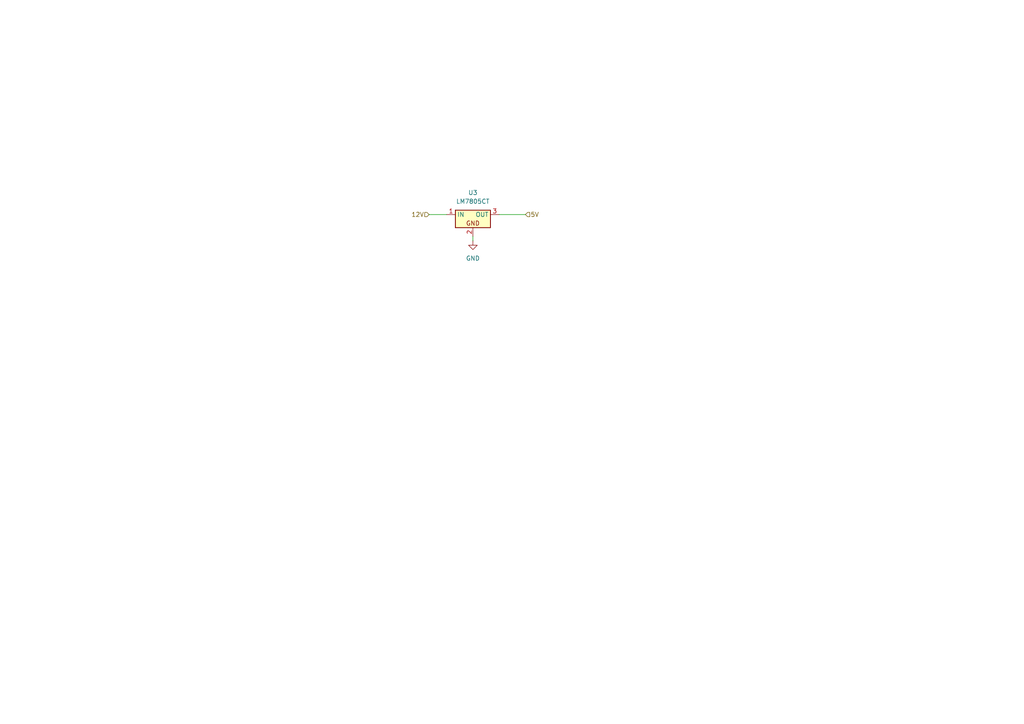
<source format=kicad_sch>
(kicad_sch
	(version 20250114)
	(generator "eeschema")
	(generator_version "9.0")
	(uuid "4600e931-051d-48c9-b0c9-2ccd74bbd7ad")
	(paper "A4")
	(lib_symbols
		(symbol "PCM_Voltage_Regulator_AKL:LM7805CT"
			(exclude_from_sim no)
			(in_bom yes)
			(on_board yes)
			(property "Reference" "U"
				(at 0 6.35 0)
				(effects
					(font
						(size 1.27 1.27)
					)
				)
			)
			(property "Value" "LM7805CT"
				(at 0 3.81 0)
				(effects
					(font
						(size 1.27 1.27)
					)
				)
			)
			(property "Footprint" "PCM_Package_TO_SOT_THT_AKL:TO-220-3_Vertical"
				(at 0 0 0)
				(effects
					(font
						(size 1.27 1.27)
					)
					(hide yes)
				)
			)
			(property "Datasheet" "https://datasheet.octopart.com/LM7805CT-Fairchild-datasheet-5337151.pdf"
				(at 0 0 0)
				(effects
					(font
						(size 1.27 1.27)
					)
					(hide yes)
				)
			)
			(property "Description" "TO-220 5V 1A 3-terminal voltage regulator, Alternate KiCad Library"
				(at 0 0 0)
				(effects
					(font
						(size 1.27 1.27)
					)
					(hide yes)
				)
			)
			(property "ki_keywords" "7805 5V 1A voltage regulator vreg pmic power supply 3-terminal"
				(at 0 0 0)
				(effects
					(font
						(size 1.27 1.27)
					)
					(hide yes)
				)
			)
			(symbol "LM7805CT_0_0"
				(rectangle
					(start -5.08 1.27)
					(end 5.08 -3.81)
					(stroke
						(width 0.254)
						(type default)
					)
					(fill
						(type background)
					)
				)
				(text "GND"
					(at 0 -2.54 0)
					(effects
						(font
							(size 1.27 1.27)
						)
					)
				)
			)
			(symbol "LM7805CT_1_1"
				(pin power_in line
					(at -7.62 0 0)
					(length 2.54)
					(name "IN"
						(effects
							(font
								(size 1.27 1.27)
							)
						)
					)
					(number "1"
						(effects
							(font
								(size 1.27 1.27)
							)
						)
					)
				)
				(pin power_in line
					(at 0 -6.35 90)
					(length 2.54)
					(name "~"
						(effects
							(font
								(size 1.27 1.27)
							)
						)
					)
					(number "2"
						(effects
							(font
								(size 1.27 1.27)
							)
						)
					)
				)
				(pin power_out line
					(at 7.62 0 180)
					(length 2.54)
					(name "OUT"
						(effects
							(font
								(size 1.27 1.27)
							)
						)
					)
					(number "3"
						(effects
							(font
								(size 1.27 1.27)
							)
						)
					)
				)
			)
			(embedded_fonts no)
		)
		(symbol "power:GND"
			(power)
			(pin_numbers
				(hide yes)
			)
			(pin_names
				(offset 0)
				(hide yes)
			)
			(exclude_from_sim no)
			(in_bom yes)
			(on_board yes)
			(property "Reference" "#PWR"
				(at 0 -6.35 0)
				(effects
					(font
						(size 1.27 1.27)
					)
					(hide yes)
				)
			)
			(property "Value" "GND"
				(at 0 -3.81 0)
				(effects
					(font
						(size 1.27 1.27)
					)
				)
			)
			(property "Footprint" ""
				(at 0 0 0)
				(effects
					(font
						(size 1.27 1.27)
					)
					(hide yes)
				)
			)
			(property "Datasheet" ""
				(at 0 0 0)
				(effects
					(font
						(size 1.27 1.27)
					)
					(hide yes)
				)
			)
			(property "Description" "Power symbol creates a global label with name \"GND\" , ground"
				(at 0 0 0)
				(effects
					(font
						(size 1.27 1.27)
					)
					(hide yes)
				)
			)
			(property "ki_keywords" "global power"
				(at 0 0 0)
				(effects
					(font
						(size 1.27 1.27)
					)
					(hide yes)
				)
			)
			(symbol "GND_0_1"
				(polyline
					(pts
						(xy 0 0) (xy 0 -1.27) (xy 1.27 -1.27) (xy 0 -2.54) (xy -1.27 -1.27) (xy 0 -1.27)
					)
					(stroke
						(width 0)
						(type default)
					)
					(fill
						(type none)
					)
				)
			)
			(symbol "GND_1_1"
				(pin power_in line
					(at 0 0 270)
					(length 0)
					(name "~"
						(effects
							(font
								(size 1.27 1.27)
							)
						)
					)
					(number "1"
						(effects
							(font
								(size 1.27 1.27)
							)
						)
					)
				)
			)
			(embedded_fonts no)
		)
	)
	(wire
		(pts
			(xy 144.78 62.23) (xy 152.4 62.23)
		)
		(stroke
			(width 0)
			(type default)
		)
		(uuid "2210d8f2-5590-4f97-ad23-c8a5d82504e9")
	)
	(wire
		(pts
			(xy 124.46 62.23) (xy 129.54 62.23)
		)
		(stroke
			(width 0)
			(type default)
		)
		(uuid "99b3b6d2-d7bc-419a-9438-504b40cffd09")
	)
	(wire
		(pts
			(xy 137.16 68.58) (xy 137.16 69.85)
		)
		(stroke
			(width 0)
			(type default)
		)
		(uuid "cd60d271-1ef6-4064-861a-7e2d451622e8")
	)
	(hierarchical_label "5V"
		(shape input)
		(at 152.4 62.23 0)
		(effects
			(font
				(size 1.27 1.27)
			)
			(justify left)
		)
		(uuid "3b16b63b-4028-4221-8b63-a962d94f0af0")
	)
	(hierarchical_label "12V"
		(shape input)
		(at 124.46 62.23 180)
		(effects
			(font
				(size 1.27 1.27)
			)
			(justify right)
		)
		(uuid "3e1d36b0-f7b0-4a27-9d4f-4b18d87e2c5b")
	)
	(symbol
		(lib_id "PCM_Voltage_Regulator_AKL:LM7805CT")
		(at 137.16 62.23 0)
		(unit 1)
		(exclude_from_sim no)
		(in_bom yes)
		(on_board yes)
		(dnp no)
		(fields_autoplaced yes)
		(uuid "80f71948-02c4-4a19-978f-8bddffe68ad1")
		(property "Reference" "U3"
			(at 137.16 55.88 0)
			(effects
				(font
					(size 1.27 1.27)
				)
			)
		)
		(property "Value" "LM7805CT"
			(at 137.16 58.42 0)
			(effects
				(font
					(size 1.27 1.27)
				)
			)
		)
		(property "Footprint" "PCM_Package_TO_SOT_THT_AKL:TO-220-3_Vertical"
			(at 137.16 62.23 0)
			(effects
				(font
					(size 1.27 1.27)
				)
				(hide yes)
			)
		)
		(property "Datasheet" "https://datasheet.octopart.com/LM7805CT-Fairchild-datasheet-5337151.pdf"
			(at 137.16 62.23 0)
			(effects
				(font
					(size 1.27 1.27)
				)
				(hide yes)
			)
		)
		(property "Description" "TO-220 5V 1A 3-terminal voltage regulator, Alternate KiCad Library"
			(at 137.16 62.23 0)
			(effects
				(font
					(size 1.27 1.27)
				)
				(hide yes)
			)
		)
		(pin "3"
			(uuid "41ca758f-f57f-4734-8144-86a994c3045c")
		)
		(pin "2"
			(uuid "640f9beb-45af-4c38-82aa-c4779afda2fd")
		)
		(pin "1"
			(uuid "f81af9a1-d073-4279-9d26-feca2e78e20e")
		)
		(instances
			(project "Pro"
				(path "/3d75f2ac-ff42-44dc-9858-71c9585bfb68/8cec64a4-8f4e-425a-930a-28a9426475d7/04733fc5-41f2-4a15-b64f-4735b2f4e24a"
					(reference "U3")
					(unit 1)
				)
			)
		)
	)
	(symbol
		(lib_id "power:GND")
		(at 137.16 69.85 0)
		(unit 1)
		(exclude_from_sim no)
		(in_bom yes)
		(on_board yes)
		(dnp no)
		(fields_autoplaced yes)
		(uuid "f17dc8de-e9c4-4f14-94d4-408e5ec09501")
		(property "Reference" "#PWR08"
			(at 137.16 76.2 0)
			(effects
				(font
					(size 1.27 1.27)
				)
				(hide yes)
			)
		)
		(property "Value" "GND"
			(at 137.16 74.93 0)
			(effects
				(font
					(size 1.27 1.27)
				)
			)
		)
		(property "Footprint" ""
			(at 137.16 69.85 0)
			(effects
				(font
					(size 1.27 1.27)
				)
				(hide yes)
			)
		)
		(property "Datasheet" ""
			(at 137.16 69.85 0)
			(effects
				(font
					(size 1.27 1.27)
				)
				(hide yes)
			)
		)
		(property "Description" "Power symbol creates a global label with name \"GND\" , ground"
			(at 137.16 69.85 0)
			(effects
				(font
					(size 1.27 1.27)
				)
				(hide yes)
			)
		)
		(pin "1"
			(uuid "0007b5dc-4679-4c65-bc33-70d3730647ad")
		)
		(instances
			(project "Pro"
				(path "/3d75f2ac-ff42-44dc-9858-71c9585bfb68/8cec64a4-8f4e-425a-930a-28a9426475d7/04733fc5-41f2-4a15-b64f-4735b2f4e24a"
					(reference "#PWR08")
					(unit 1)
				)
			)
		)
	)
)

</source>
